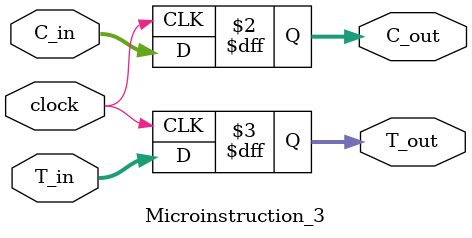
<source format=v>

module Microinstruction_3 (
	clock,
	C_in,
	T_in,
	C_out,
	T_out,
);

/*****************************************************************
Modulo que implementa la tercera microintrucción del pipeline,
habria que chequear que en el momento inicial no flashee cualquiera.
******************************************************************/
	input clock;
	input [5:0] 		C_in;
	input [6:0] 		T_in;
	output reg [5:0] 	C_out;
	output reg [6:0] 	T_out;

	always @(posedge clock) 
	begin
		C_out	=	C_in;
		T_out	=	T_in;
	end
endmodule
</source>
